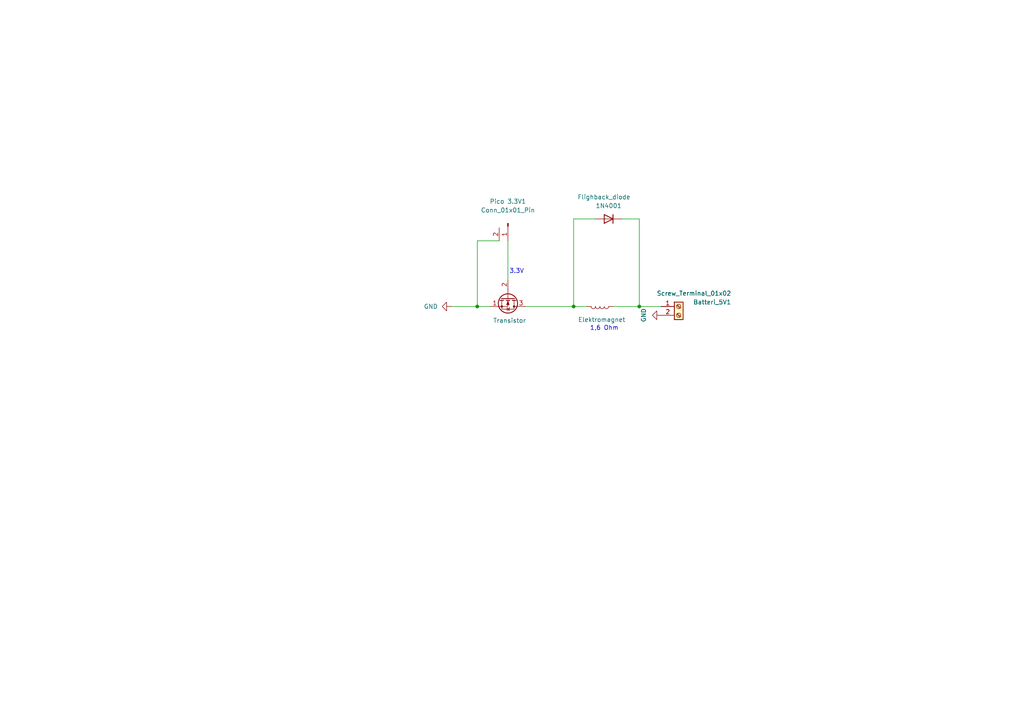
<source format=kicad_sch>
(kicad_sch (version 20231120) (generator "eeschema") (generator_version "8.0")
  (paper "A4")
  (lib_symbols
    (symbol "Connector:Conn_01x01_Pin" (pin_names (offset 1.016) hide)
      (property "Reference" "Pico 3.3V1" (at 0.635 5.08 0))
      (property "Value" "Conn_01x01_Pin" (at 0.635 2.54 0))
      (symbol "Conn_01x01_Pin_1_1"
        (polyline (pts (xy 1.27 0) (xy 0.8636 0)) (stroke (width 0.1524)))
        (rectangle (start 0.8636 0.127) (end 0 -0.127) (stroke (width 0.1524)) (fill (type outline)))
        (pin passive line (at 5.08 0 180) (length 3.81) (name "Pin_1") (number "1"))
        (pin passive line (at 5.08 -2.54 180) (length 3.81) (name "Pin_1") (number "2"))
      )
    )
    (symbol "Connector:Screw_Terminal_01x02" (pin_names (offset 1.016) hide)
      (property "Reference" "J" (at 0 2.54 0))
      (property "Value" "Screw_Terminal_01x02" (at 0 -5.08 0))
      (symbol "Screw_Terminal_01x02_1_1"
        (rectangle (start -1.27 1.27) (end 1.27 -3.81) (stroke (width 0.254)) (fill (type background)))
        (circle (center 0 -2.54) (radius 0.635) (stroke (width 0.1524)))
        (polyline (pts (xy -0.5334 -2.2098) (xy 0.3302 -3.048)) (stroke (width 0.1524)))
        (polyline (pts (xy -0.5334 0.3302) (xy 0.3302 -0.508)) (stroke (width 0.1524)))
        (polyline (pts (xy -0.3556 -2.032) (xy 0.508 -2.8702)) (stroke (width 0.1524)))
        (polyline (pts (xy -0.3556 0.508) (xy 0.508 -0.3302)) (stroke (width 0.1524)))
        (circle (center 0 0) (radius 0.635) (stroke (width 0.1524)))
        (pin passive line (at -5.08 0 0) (length 3.81) (name "Pin_1") (number "1"))
        (pin passive line (at -5.08 -2.54 0) (length 3.81) (name "Pin_2") (number "2"))
      )
    )
    (symbol "Device:L" (pin_numbers hide) (pin_names (offset 1.016) hide)
      (property "Reference" "L" (at -1.27 0 90))
      (property "Value" "L" (at 1.905 0 90))
      (symbol "L_0_1"
        (arc (start 0 -2.54) (mid 0.6323 -1.905) (end 0 -1.27))
        (arc (start 0 -1.27) (mid 0.6323 -0.635) (end 0 0))
        (arc (start 0 0) (mid 0.6323 0.635) (end 0 1.27))
        (arc (start 0 1.27) (mid 0.6323 1.905) (end 0 2.54))
      )
      (symbol "L_1_1"
        (pin passive line (at 0 3.81 270) (length 1.27) (name "1") (number "1"))
        (pin passive line (at 0 -3.81 90) (length 1.27) (name "2") (number "2"))
      )
    )
    (symbol "Diode:1N4001" (pin_numbers hide) (pin_names hide)
      (property "Reference" "D" (at 0 2.54 0))
      (property "Value" "1N4001" (at 0 -2.54 0))
      (symbol "1N4001_0_1"
        (polyline (pts (xy -1.27 1.27) (xy -1.27 -1.27)) (stroke (width 0.254)))
        (polyline (pts (xy 1.27 0) (xy -1.27 0)))
        (polyline (pts (xy 1.27 1.27) (xy 1.27 -1.27) (xy -1.27 0) (xy 1.27 1.27)) (stroke (width 0.254)))
      )
      (symbol "1N4001_1_1"
        (pin passive line (at -3.81 0 0) (length 2.54) (name "K") (number "1"))
        (pin passive line (at 3.81 0 180) (length 2.54) (name "A") (number "2"))
      )
    )
    (symbol "Transistor_FET:2N7000" (pin_names hide)
      (property "Reference" "Transistor1" (at -5.842 2.032 90))
      (property "Value" "2N7000" (at -3.556 2.54 90))
      (symbol "2N7000_0_1"
        (polyline (pts (xy 0.254 0) (xy -2.54 0)))
        (polyline (pts (xy 0.254 1.905) (xy 0.254 -1.905)) (stroke (width 0.254)))
        (polyline (pts (xy 0.762 -1.27) (xy 0.762 -2.286)) (stroke (width 0.254)))
        (polyline (pts (xy 0.762 0.508) (xy 0.762 -0.508)) (stroke (width 0.254)))
        (polyline (pts (xy 0.762 2.286) (xy 0.762 1.27)) (stroke (width 0.254)))
        (polyline (pts (xy 2.54 2.54) (xy 2.54 1.778)))
        (polyline (pts (xy 2.54 -2.54) (xy 2.54 0) (xy 0.762 0)))
        (polyline (pts (xy 0.762 -1.778) (xy 3.302 -1.778) (xy 3.302 1.778) (xy 0.762 1.778)))
        (polyline (pts (xy 1.016 0) (xy 2.032 0.381) (xy 2.032 -0.381) (xy 1.016 0)) (fill (type outline)))
        (polyline (pts (xy 2.794 0.508) (xy 2.921 0.381) (xy 3.683 0.381) (xy 3.81 0.254)))
        (polyline (pts (xy 3.302 0.381) (xy 2.921 -0.254) (xy 3.683 -0.254) (xy 3.302 0.381)))
        (circle (center 1.651 0) (radius 2.794) (stroke (width 0.254)))
        (circle (center 2.54 -1.778) (radius 0.254) (fill (type outline)))
        (circle (center 2.54 1.778) (radius 0.254) (fill (type outline)))
      )
      (symbol "2N7000_1_1"
        (pin input line (at 2.54 -5.08 90) (length 2.54) (name "G") (number "1"))
        (pin passive line (at -5.08 0 0) (length 2.54) (name "D") (number "2"))
        (pin passive line (at 2.54 5.08 270) (length 2.54) (name "S") (number "3"))
      )
    )
    (symbol "power:GND" (power) (pin_numbers hide) (pin_names (offset 0) hide)
      (property "Value" "GND" (at 0 -3.81 0))
      (symbol "GND_0_1"
        (polyline (pts (xy 0 0) (xy 0 -1.27) (xy 1.27 -1.27) (xy 0 -2.54) (xy -1.27 -1.27) (xy 0 -1.27)))
      )
      (symbol "GND_1_1"
        (pin power_in line (at 0 0 270) (length 0) (name "~") (number "1"))
      )
    )
  )
  (junction (at 166.37 88.9))
  (junction (at 185.42 88.9))
  (junction (at 138.43 88.9))
  (wire (pts (xy 191.77 88.9) (xy 185.42 88.9)))
  (wire (pts (xy 185.42 88.9) (xy 177.8 88.9)))
  (wire (pts (xy 170.18 88.9) (xy 166.37 88.9)))
  (wire (pts (xy 138.43 69.85) (xy 144.78 69.85)))
  (wire (pts (xy 166.37 63.5) (xy 166.37 88.9)))
  (wire (pts (xy 138.43 88.9) (xy 130.81 88.9)))
  (wire (pts (xy 142.24 88.9) (xy 138.43 88.9)))
  (wire (pts (xy 185.42 63.5) (xy 180.34 63.5)))
  (wire (pts (xy 147.32 69.85) (xy 147.32 81.28)))
  (wire (pts (xy 166.37 88.9) (xy 152.4 88.9)))
  (wire (pts (xy 138.43 69.85) (xy 138.43 88.9)))
  (wire (pts (xy 185.42 63.5) (xy 185.42 88.9)))
  (wire (pts (xy 172.72 63.5) (xy 166.37 63.5)))
  (text "3.3V\n" (at 149.86 78.74 0) (effects (font (size 1.27 1.27))))
  (text "1,6 Ohm\n" (at 175.26 95.25 0) (effects (font (size 1.27 1.27))))
  (symbol (lib_id "Diode:1N4001") (at 176.53 63.5 180) (unit 1)
    (property "Reference" "Flighback_diode" (at 182.88 57.15 0) (effects (justify left)))
    (property "Value" "1N4001" (at 180.34 59.69 0) (effects (justify left)))
    (property "Footprint" "Diode_THT:D_DO-41_SOD81_P10.16mm_Horizontal" (effects (hide yes)))
    (property "Datasheet" "http://www.vishay.com/docs/88503/1n4001.pdf" (effects (hide yes)))
    (property "Description" "50V 1A General Purpose Rectifier Diode, DO-41" (effects (hide yes)))
    (property "Sim.Device" "D" (effects (hide yes)))
    (property "Sim.Pins" "1=K 2=A" (effects (hide yes)))
  )
  (symbol (lib_id "Transistor_FET:2N7000") (at 147.32 86.36 270) (unit 1)
    (property "Reference" "Transistor" (at 143.002 92.964 90) (effects (justify left)))
    (property "Value" "2N7000" (effects (hide yes)))
    (property "Footprint" "Package_TO_SOT_THT:TO-92S_Wide" (effects (hide yes)))
    (property "Datasheet" "https://www.vishay.com/docs/70226/70226.pdf" (effects (hide yes)))
    (property "Description" "0.2A Id, 200V Vds, N-Channel MOSFET, 2.6V Logic Level, TO-92" (effects (hide yes)))
  )
  (symbol (lib_id "Connector:Screw_Terminal_01x02") (at 196.85 88.9 0) (unit 1)
    (property "Reference" "Batteri_5V1" (at 212.09 87.63 0) (effects (justify right)))
    (property "Value" "Screw_Terminal_01x02" (at 212.09 85.09 0) (effects (justify right)))
    (property "Footprint" "TerminalBlock_Phoenix:TerminalBlock_Phoenix_MKDS-1,5-2_1x02_P5.00mm_Horizontal" (effects (hide yes)))
    (property "Description" "Generic screw terminal, single row, 01x02, script generated (kicad-library-utils/schlib/autogen/connector/)" (effects (hide yes)))
  )
  (symbol (lib_id "power:GND") (at 130.81 88.9 270) (unit 1)
    (property "Reference" "#PWR03" (effects (hide yes)))
    (property "Value" "GND" (at 127 88.9001 90) (effects (justify right)))
    (property "Description" "Power symbol creates a global label with name \"GND\" , ground" (effects (hide yes)))
  )
  (symbol (lib_id "Device:L") (at 173.99 88.9 270) (unit 1)
    (property "Reference" "Elektromagnet" (at 167.64 92.71 90) (effects (justify left)))
    (property "Value" "L" (effects (hide yes)))
    (property "Footprint" "TerminalBlock_Phoenix:TerminalBlock_Phoenix_MKDS-1,5-2_1x02_P5.00mm_Horizontal" (effects (hide yes)))
    (property "Description" "Inductor" (effects (hide yes)))
  )
  (symbol (lib_id "Connector:Conn_01x01_Pin") (at 147.32 64.77 270) (unit 1)
    (property "Reference" "Pico 3.3V1" (at 147.32 58.42 90))
    (property "Value" "Conn_01x01_Pin" (at 147.32 60.96 90))
    (property "Footprint" "Connector_PinSocket_2.54mm:PinSocket_1x02_P2.54mm_Vertical" (effects (hide yes)))
    (property "Description" "Generic connector, single row, 01x01, script generated" (effects (hide yes)))
  )
  (symbol (lib_id "power:GND") (at 191.77 91.44 270) (unit 1)
    (property "Reference" "#PWR02" (effects (hide yes)))
    (property "Value" "GND" (at 186.69 91.44 0))
    (property "Description" "Power symbol creates a global label with name \"GND\" , ground" (effects (hide yes)))
  )
)
</source>
